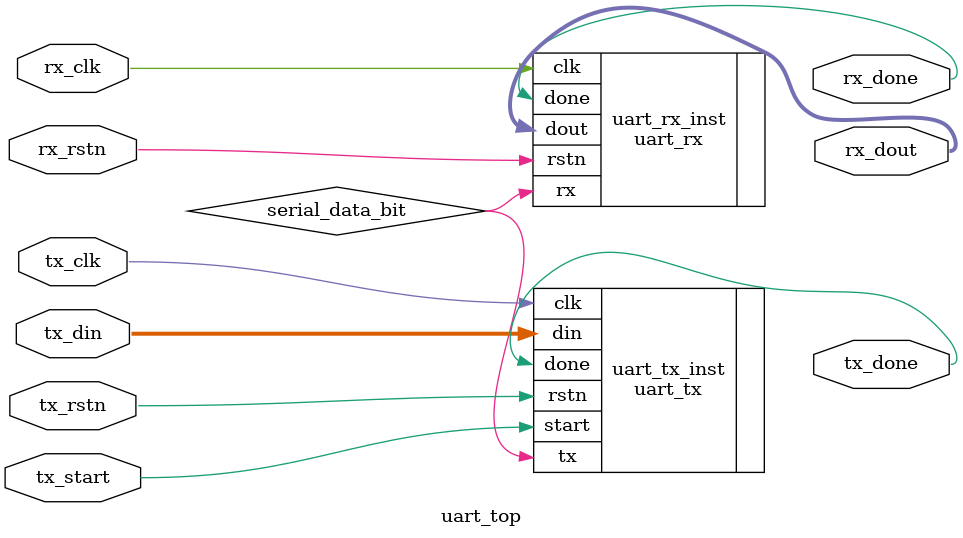
<source format=sv>
module uart_top #(parameter NUM_CLKS_PER_BIT=16)
(input logic tx_clk, tx_rstn, rx_clk, rx_rstn,  
 input logic[7:0] tx_din,
 input logic tx_start,
 output logic tx_done, rx_done,
 output logic[7:0] rx_dout);


// wire to connect output of uart_tx "tx" signal to
// uart_rx "rx" signal
logic serial_data_bit;

// Instantiate uart transmitter module

uart_tx uart_tx_inst( 
	.start(tx_start), 
	.din(tx_din), 
	.done(tx_done), 
	.clk(tx_clk), 
	.rstn(tx_rstn),
	.tx(serial_data_bit)
	);


// Instantiate uart receiver module
uart_rx uart_rx_inst(
	.done(rx_done), 
	.dout(rx_dout),
	.clk(rx_clk),
	.rstn(rx_rstn),
	.rx(serial_data_bit)
	); 

endmodule: uart_top



</source>
